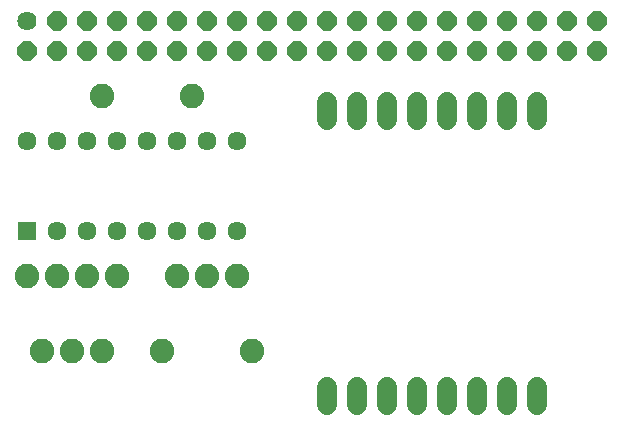
<source format=gbr>
G04 EAGLE Gerber RS-274X export*
G75*
%MOMM*%
%FSLAX34Y34*%
%LPD*%
%INSoldermask Top*%
%IPPOS*%
%AMOC8*
5,1,8,0,0,1.08239X$1,22.5*%
G01*
%ADD10C,1.727200*%
%ADD11C,2.082800*%
%ADD12C,1.625600*%
%ADD13P,1.759533X8X22.500000*%
%ADD14R,1.611200X1.611200*%
%ADD15C,1.611200*%


D10*
X279400Y668020D02*
X279400Y652780D01*
X304800Y652780D02*
X304800Y668020D01*
X330200Y668020D02*
X330200Y652780D01*
X355600Y652780D02*
X355600Y668020D01*
X381000Y668020D02*
X381000Y652780D01*
X406400Y652780D02*
X406400Y668020D01*
X431800Y668020D02*
X431800Y652780D01*
X457200Y652780D02*
X457200Y668020D01*
X279400Y894080D02*
X279400Y909320D01*
X304800Y909320D02*
X304800Y894080D01*
X330200Y894080D02*
X330200Y909320D01*
X355600Y909320D02*
X355600Y894080D01*
X381000Y894080D02*
X381000Y909320D01*
X406400Y909320D02*
X406400Y894080D01*
X431800Y894080D02*
X431800Y909320D01*
X457200Y909320D02*
X457200Y894080D01*
D11*
X139700Y698500D03*
X215900Y698500D03*
X88900Y914400D03*
X165100Y914400D03*
D12*
X25400Y977900D03*
D13*
X25400Y952500D03*
X50800Y977900D03*
X50800Y952500D03*
X76200Y977900D03*
X76200Y952500D03*
X101600Y977900D03*
X101600Y952500D03*
X127000Y977900D03*
X127000Y952500D03*
X152400Y977900D03*
X152400Y952500D03*
X177800Y977900D03*
X177800Y952500D03*
X203200Y977900D03*
X203200Y952500D03*
X228600Y977900D03*
X228600Y952500D03*
X254000Y977900D03*
X254000Y952500D03*
X279400Y977900D03*
X279400Y952500D03*
X304800Y977900D03*
X304800Y952500D03*
X330200Y977900D03*
X330200Y952500D03*
X355600Y977900D03*
X355600Y952500D03*
X381000Y977900D03*
X381000Y952500D03*
X406400Y977900D03*
X406400Y952500D03*
X431800Y977900D03*
X431800Y952500D03*
X457200Y977900D03*
X457200Y952500D03*
X482600Y977900D03*
X482600Y952500D03*
X508000Y977900D03*
X508000Y952500D03*
D14*
X25400Y800100D03*
D15*
X50800Y800100D03*
X76200Y800100D03*
X101600Y800100D03*
X127000Y800100D03*
X152400Y800100D03*
X177800Y800100D03*
X203200Y800100D03*
X177800Y876300D03*
X152400Y876300D03*
X127000Y876300D03*
X101600Y876300D03*
X76200Y876300D03*
X50800Y876300D03*
X25400Y876300D03*
X203200Y876300D03*
D11*
X25400Y762000D03*
X50800Y762000D03*
X76200Y762000D03*
X101600Y762000D03*
X152400Y762000D03*
X177800Y762000D03*
X203200Y762000D03*
X38100Y698500D03*
X63500Y698500D03*
X88900Y698500D03*
M02*

</source>
